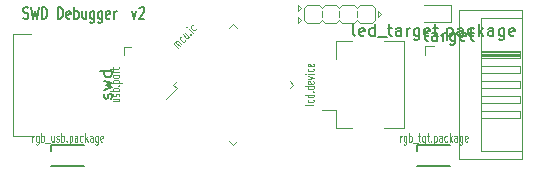
<source format=gbr>
G04 #@! TF.GenerationSoftware,KiCad,Pcbnew,(5.1.0)-1*
G04 #@! TF.CreationDate,2020-02-07T03:11:48-08:00*
G04 #@! TF.ProjectId,design,64657369-676e-42e6-9b69-6361645f7063,rev?*
G04 #@! TF.SameCoordinates,Original*
G04 #@! TF.FileFunction,Legend,Top*
G04 #@! TF.FilePolarity,Positive*
%FSLAX46Y46*%
G04 Gerber Fmt 4.6, Leading zero omitted, Abs format (unit mm)*
G04 Created by KiCad (PCBNEW (5.1.0)-1) date 2020-02-07 03:11:48*
%MOMM*%
%LPD*%
G04 APERTURE LIST*
%ADD10C,0.150000*%
%ADD11C,0.100000*%
%ADD12C,0.120000*%
G04 APERTURE END LIST*
D10*
X139240357Y-50404761D02*
X139347500Y-50452380D01*
X139526071Y-50452380D01*
X139597500Y-50404761D01*
X139633214Y-50357142D01*
X139668928Y-50261904D01*
X139668928Y-50166666D01*
X139633214Y-50071428D01*
X139597500Y-50023809D01*
X139526071Y-49976190D01*
X139383214Y-49928571D01*
X139311785Y-49880952D01*
X139276071Y-49833333D01*
X139240357Y-49738095D01*
X139240357Y-49642857D01*
X139276071Y-49547619D01*
X139311785Y-49500000D01*
X139383214Y-49452380D01*
X139561785Y-49452380D01*
X139668928Y-49500000D01*
X139918928Y-49452380D02*
X140097500Y-50452380D01*
X140240357Y-49738095D01*
X140383214Y-50452380D01*
X140561785Y-49452380D01*
X140847500Y-50452380D02*
X140847500Y-49452380D01*
X141026071Y-49452380D01*
X141133214Y-49500000D01*
X141204642Y-49595238D01*
X141240357Y-49690476D01*
X141276071Y-49880952D01*
X141276071Y-50023809D01*
X141240357Y-50214285D01*
X141204642Y-50309523D01*
X141133214Y-50404761D01*
X141026071Y-50452380D01*
X140847500Y-50452380D01*
X142168928Y-50452380D02*
X142168928Y-49452380D01*
X142347500Y-49452380D01*
X142454642Y-49500000D01*
X142526071Y-49595238D01*
X142561785Y-49690476D01*
X142597500Y-49880952D01*
X142597500Y-50023809D01*
X142561785Y-50214285D01*
X142526071Y-50309523D01*
X142454642Y-50404761D01*
X142347500Y-50452380D01*
X142168928Y-50452380D01*
X143204642Y-50404761D02*
X143133214Y-50452380D01*
X142990357Y-50452380D01*
X142918928Y-50404761D01*
X142883214Y-50309523D01*
X142883214Y-49928571D01*
X142918928Y-49833333D01*
X142990357Y-49785714D01*
X143133214Y-49785714D01*
X143204642Y-49833333D01*
X143240357Y-49928571D01*
X143240357Y-50023809D01*
X142883214Y-50119047D01*
X143561785Y-50452380D02*
X143561785Y-49452380D01*
X143561785Y-49833333D02*
X143633214Y-49785714D01*
X143776071Y-49785714D01*
X143847500Y-49833333D01*
X143883214Y-49880952D01*
X143918928Y-49976190D01*
X143918928Y-50261904D01*
X143883214Y-50357142D01*
X143847500Y-50404761D01*
X143776071Y-50452380D01*
X143633214Y-50452380D01*
X143561785Y-50404761D01*
X144561785Y-49785714D02*
X144561785Y-50452380D01*
X144240357Y-49785714D02*
X144240357Y-50309523D01*
X144276071Y-50404761D01*
X144347500Y-50452380D01*
X144454642Y-50452380D01*
X144526071Y-50404761D01*
X144561785Y-50357142D01*
X145240357Y-49785714D02*
X145240357Y-50595238D01*
X145204642Y-50690476D01*
X145168928Y-50738095D01*
X145097500Y-50785714D01*
X144990357Y-50785714D01*
X144918928Y-50738095D01*
X145240357Y-50404761D02*
X145168928Y-50452380D01*
X145026071Y-50452380D01*
X144954642Y-50404761D01*
X144918928Y-50357142D01*
X144883214Y-50261904D01*
X144883214Y-49976190D01*
X144918928Y-49880952D01*
X144954642Y-49833333D01*
X145026071Y-49785714D01*
X145168928Y-49785714D01*
X145240357Y-49833333D01*
X145918928Y-49785714D02*
X145918928Y-50595238D01*
X145883214Y-50690476D01*
X145847500Y-50738095D01*
X145776071Y-50785714D01*
X145668928Y-50785714D01*
X145597500Y-50738095D01*
X145918928Y-50404761D02*
X145847500Y-50452380D01*
X145704642Y-50452380D01*
X145633214Y-50404761D01*
X145597500Y-50357142D01*
X145561785Y-50261904D01*
X145561785Y-49976190D01*
X145597500Y-49880952D01*
X145633214Y-49833333D01*
X145704642Y-49785714D01*
X145847500Y-49785714D01*
X145918928Y-49833333D01*
X146561785Y-50404761D02*
X146490357Y-50452380D01*
X146347500Y-50452380D01*
X146276071Y-50404761D01*
X146240357Y-50309523D01*
X146240357Y-49928571D01*
X146276071Y-49833333D01*
X146347500Y-49785714D01*
X146490357Y-49785714D01*
X146561785Y-49833333D01*
X146597500Y-49928571D01*
X146597500Y-50023809D01*
X146240357Y-50119047D01*
X146918928Y-50452380D02*
X146918928Y-49785714D01*
X146918928Y-49976190D02*
X146954642Y-49880952D01*
X146990357Y-49833333D01*
X147061785Y-49785714D01*
X147133214Y-49785714D01*
X148454642Y-49785714D02*
X148633214Y-50452380D01*
X148811785Y-49785714D01*
X149061785Y-49547619D02*
X149097500Y-49500000D01*
X149168928Y-49452380D01*
X149347500Y-49452380D01*
X149418928Y-49500000D01*
X149454642Y-49547619D01*
X149490357Y-49642857D01*
X149490357Y-49738095D01*
X149454642Y-49880952D01*
X149026071Y-50452380D01*
X149490357Y-50452380D01*
D11*
X138400000Y-60320000D02*
X139900000Y-60320000D01*
X138400000Y-51680000D02*
X138400000Y-60320000D01*
X139900000Y-51680000D02*
X138400000Y-51680000D01*
D10*
X141600000Y-62900000D02*
X144400000Y-62900000D01*
X141600000Y-61600000D02*
X141600000Y-61100000D01*
X141600000Y-61100000D02*
X144400000Y-61100000D01*
D12*
X161787113Y-56318198D02*
X162105311Y-56000000D01*
X162105311Y-56000000D02*
X161787113Y-55681802D01*
X157318198Y-60787113D02*
X157000000Y-61105311D01*
X157000000Y-61105311D02*
X156681802Y-60787113D01*
X156681802Y-51212887D02*
X157000000Y-50894689D01*
X157000000Y-50894689D02*
X157318198Y-51212887D01*
X152212887Y-55681802D02*
X151894689Y-56000000D01*
X151894689Y-56000000D02*
X152212887Y-56318198D01*
X152212887Y-56318198D02*
X151300719Y-57230366D01*
D11*
X163000000Y-50500000D02*
X163250000Y-50750000D01*
X163250000Y-50750000D02*
X164250000Y-50750000D01*
X164250000Y-50750000D02*
X164500000Y-50500000D01*
X164500000Y-50250000D02*
X164500000Y-49750000D01*
X164500000Y-49500000D02*
X164250000Y-49250000D01*
X163250000Y-49250000D02*
X163000000Y-49500000D01*
X164250000Y-49250000D02*
X163250000Y-49250000D01*
X163000000Y-49500000D02*
X163000000Y-50500000D01*
X164500000Y-50500000D02*
X164750000Y-50750000D01*
X165750000Y-50750000D02*
X166000000Y-50500000D01*
X165750000Y-49250000D02*
X164750000Y-49250000D01*
X164750000Y-49250000D02*
X164500000Y-49500000D01*
X166000000Y-49500000D02*
X165750000Y-49250000D01*
X164750000Y-50750000D02*
X165750000Y-50750000D01*
X166000000Y-50250000D02*
X166000000Y-49750000D01*
X166000000Y-50500000D02*
X166250000Y-50750000D01*
X167250000Y-50750000D02*
X167500000Y-50500000D01*
X167250000Y-49250000D02*
X166250000Y-49250000D01*
X166250000Y-49250000D02*
X166000000Y-49500000D01*
X167500000Y-49500000D02*
X167250000Y-49250000D01*
X166250000Y-50750000D02*
X167250000Y-50750000D01*
X167500000Y-50250000D02*
X167500000Y-49750000D01*
X167500000Y-50500000D02*
X167750000Y-50750000D01*
X168750000Y-50750000D02*
X169000000Y-50500000D01*
X168750000Y-49250000D02*
X167750000Y-49250000D01*
X167750000Y-49250000D02*
X167500000Y-49500000D01*
X169000000Y-49500000D02*
X168750000Y-49250000D01*
X167750000Y-50750000D02*
X168750000Y-50750000D01*
X169000000Y-50500000D02*
X169000000Y-49500000D01*
X162500000Y-49250000D02*
X162750000Y-49500000D01*
X162750000Y-49500000D02*
X162500000Y-49750000D01*
X162500000Y-49750000D02*
X162500000Y-49250000D01*
X162750000Y-50500000D02*
X162500000Y-50750000D01*
X162500000Y-50750000D02*
X162500000Y-50250000D01*
X162500000Y-50250000D02*
X162750000Y-50500000D01*
X169500000Y-50000000D02*
X169250000Y-50250000D01*
X169250000Y-50250000D02*
X169250000Y-49750000D01*
X169250000Y-49750000D02*
X169500000Y-50000000D01*
D10*
X172600000Y-62900000D02*
X175400000Y-62900000D01*
X172600000Y-61600000D02*
X172600000Y-61100000D01*
X172600000Y-61100000D02*
X175400000Y-61100000D01*
D12*
X165700000Y-58160000D02*
X165700000Y-59650000D01*
X165700000Y-59650000D02*
X167040000Y-59650000D01*
X165700000Y-53840000D02*
X165700000Y-52350000D01*
X165700000Y-52350000D02*
X167040000Y-52350000D01*
X169760000Y-59650000D02*
X171500000Y-59650000D01*
X171500000Y-59650000D02*
X171500000Y-52350000D01*
X171500000Y-52350000D02*
X169760000Y-52350000D01*
X165700000Y-58160000D02*
X164500000Y-58160000D01*
X147730000Y-52825000D02*
X148365000Y-52825000D01*
X147730000Y-53460000D02*
X147730000Y-52825000D01*
X178000000Y-50375000D02*
X178000000Y-61625000D01*
X178000000Y-53200000D02*
X181300000Y-53200000D01*
X181300000Y-53200000D02*
X181300000Y-53720000D01*
X178000000Y-53720000D02*
X181300000Y-53720000D01*
X178000000Y-53260000D02*
X181300000Y-53260000D01*
X178000000Y-53380000D02*
X181300000Y-53380000D01*
X178000000Y-53500000D02*
X181300000Y-53500000D01*
X178000000Y-53620000D02*
X181300000Y-53620000D01*
X178000000Y-54470000D02*
X181300000Y-54470000D01*
X181300000Y-54470000D02*
X181300000Y-54990000D01*
X178000000Y-54990000D02*
X181300000Y-54990000D01*
X173240000Y-53460000D02*
X173240000Y-52700000D01*
X173240000Y-52700000D02*
X174000000Y-52700000D01*
X176100000Y-49675000D02*
X181500000Y-49675000D01*
X176100000Y-62325000D02*
X181500000Y-62325000D01*
X176100000Y-62325000D02*
X176100000Y-49675000D01*
X181500000Y-49675000D02*
X181500000Y-62325000D01*
X178000000Y-50375000D02*
X181500000Y-50375000D01*
X178000000Y-61625000D02*
X181500000Y-61625000D01*
X181300000Y-55740000D02*
X181300000Y-56260000D01*
X178000000Y-55740000D02*
X181300000Y-55740000D01*
X178000000Y-56260000D02*
X181300000Y-56260000D01*
X181300000Y-57010000D02*
X181300000Y-57530000D01*
X178000000Y-57010000D02*
X181300000Y-57010000D01*
X178000000Y-57530000D02*
X181300000Y-57530000D01*
X181300000Y-58280000D02*
X181300000Y-58800000D01*
X178000000Y-58280000D02*
X181300000Y-58280000D01*
X178000000Y-58800000D02*
X181300000Y-58800000D01*
X173200000Y-50735000D02*
X175485000Y-50735000D01*
X175485000Y-50735000D02*
X175485000Y-49265000D01*
X175485000Y-49265000D02*
X173200000Y-49265000D01*
D11*
X146839285Y-57190476D02*
X147339285Y-57190476D01*
X146839285Y-57404761D02*
X147232142Y-57404761D01*
X147303571Y-57380952D01*
X147339285Y-57333333D01*
X147339285Y-57261904D01*
X147303571Y-57214285D01*
X147267857Y-57190476D01*
X147303571Y-56976190D02*
X147339285Y-56928571D01*
X147339285Y-56833333D01*
X147303571Y-56785714D01*
X147232142Y-56761904D01*
X147196428Y-56761904D01*
X147125000Y-56785714D01*
X147089285Y-56833333D01*
X147089285Y-56904761D01*
X147053571Y-56952380D01*
X146982142Y-56976190D01*
X146946428Y-56976190D01*
X146875000Y-56952380D01*
X146839285Y-56904761D01*
X146839285Y-56833333D01*
X146875000Y-56785714D01*
X147339285Y-56547619D02*
X146589285Y-56547619D01*
X146875000Y-56547619D02*
X146839285Y-56500000D01*
X146839285Y-56404761D01*
X146875000Y-56357142D01*
X146910714Y-56333333D01*
X146982142Y-56309523D01*
X147196428Y-56309523D01*
X147267857Y-56333333D01*
X147303571Y-56357142D01*
X147339285Y-56404761D01*
X147339285Y-56500000D01*
X147303571Y-56547619D01*
X147267857Y-56095238D02*
X147303571Y-56071428D01*
X147339285Y-56095238D01*
X147303571Y-56119047D01*
X147267857Y-56095238D01*
X147339285Y-56095238D01*
X146839285Y-55857142D02*
X147589285Y-55857142D01*
X146875000Y-55857142D02*
X146839285Y-55809523D01*
X146839285Y-55714285D01*
X146875000Y-55666666D01*
X146910714Y-55642857D01*
X146982142Y-55619047D01*
X147196428Y-55619047D01*
X147267857Y-55642857D01*
X147303571Y-55666666D01*
X147339285Y-55714285D01*
X147339285Y-55809523D01*
X147303571Y-55857142D01*
X147339285Y-55333333D02*
X147303571Y-55380952D01*
X147267857Y-55404761D01*
X147196428Y-55428571D01*
X146982142Y-55428571D01*
X146910714Y-55404761D01*
X146875000Y-55380952D01*
X146839285Y-55333333D01*
X146839285Y-55261904D01*
X146875000Y-55214285D01*
X146910714Y-55190476D01*
X146982142Y-55166666D01*
X147196428Y-55166666D01*
X147267857Y-55190476D01*
X147303571Y-55214285D01*
X147339285Y-55261904D01*
X147339285Y-55333333D01*
X147339285Y-54952380D02*
X146839285Y-54952380D01*
X146982142Y-54952380D02*
X146910714Y-54928571D01*
X146875000Y-54904761D01*
X146839285Y-54857142D01*
X146839285Y-54809523D01*
X146839285Y-54714285D02*
X146839285Y-54523809D01*
X146589285Y-54642857D02*
X147232142Y-54642857D01*
X147303571Y-54619047D01*
X147339285Y-54571428D01*
X147339285Y-54523809D01*
X140011904Y-60839285D02*
X140011904Y-60339285D01*
X140011904Y-60482142D02*
X140035714Y-60410714D01*
X140059523Y-60375000D01*
X140107142Y-60339285D01*
X140154761Y-60339285D01*
X140535714Y-60339285D02*
X140535714Y-60946428D01*
X140511904Y-61017857D01*
X140488095Y-61053571D01*
X140440476Y-61089285D01*
X140369047Y-61089285D01*
X140321428Y-61053571D01*
X140535714Y-60803571D02*
X140488095Y-60839285D01*
X140392857Y-60839285D01*
X140345238Y-60803571D01*
X140321428Y-60767857D01*
X140297619Y-60696428D01*
X140297619Y-60482142D01*
X140321428Y-60410714D01*
X140345238Y-60375000D01*
X140392857Y-60339285D01*
X140488095Y-60339285D01*
X140535714Y-60375000D01*
X140773809Y-60839285D02*
X140773809Y-60089285D01*
X140773809Y-60375000D02*
X140821428Y-60339285D01*
X140916666Y-60339285D01*
X140964285Y-60375000D01*
X140988095Y-60410714D01*
X141011904Y-60482142D01*
X141011904Y-60696428D01*
X140988095Y-60767857D01*
X140964285Y-60803571D01*
X140916666Y-60839285D01*
X140821428Y-60839285D01*
X140773809Y-60803571D01*
X141107142Y-60910714D02*
X141488095Y-60910714D01*
X141821428Y-60339285D02*
X141821428Y-60839285D01*
X141607142Y-60339285D02*
X141607142Y-60732142D01*
X141630952Y-60803571D01*
X141678571Y-60839285D01*
X141750000Y-60839285D01*
X141797619Y-60803571D01*
X141821428Y-60767857D01*
X142035714Y-60803571D02*
X142083333Y-60839285D01*
X142178571Y-60839285D01*
X142226190Y-60803571D01*
X142250000Y-60732142D01*
X142250000Y-60696428D01*
X142226190Y-60625000D01*
X142178571Y-60589285D01*
X142107142Y-60589285D01*
X142059523Y-60553571D01*
X142035714Y-60482142D01*
X142035714Y-60446428D01*
X142059523Y-60375000D01*
X142107142Y-60339285D01*
X142178571Y-60339285D01*
X142226190Y-60375000D01*
X142464285Y-60839285D02*
X142464285Y-60089285D01*
X142464285Y-60375000D02*
X142511904Y-60339285D01*
X142607142Y-60339285D01*
X142654761Y-60375000D01*
X142678571Y-60410714D01*
X142702380Y-60482142D01*
X142702380Y-60696428D01*
X142678571Y-60767857D01*
X142654761Y-60803571D01*
X142607142Y-60839285D01*
X142511904Y-60839285D01*
X142464285Y-60803571D01*
X142916666Y-60767857D02*
X142940476Y-60803571D01*
X142916666Y-60839285D01*
X142892857Y-60803571D01*
X142916666Y-60767857D01*
X142916666Y-60839285D01*
X143154761Y-60339285D02*
X143154761Y-61089285D01*
X143154761Y-60375000D02*
X143202380Y-60339285D01*
X143297619Y-60339285D01*
X143345238Y-60375000D01*
X143369047Y-60410714D01*
X143392857Y-60482142D01*
X143392857Y-60696428D01*
X143369047Y-60767857D01*
X143345238Y-60803571D01*
X143297619Y-60839285D01*
X143202380Y-60839285D01*
X143154761Y-60803571D01*
X143821428Y-60839285D02*
X143821428Y-60446428D01*
X143797619Y-60375000D01*
X143750000Y-60339285D01*
X143654761Y-60339285D01*
X143607142Y-60375000D01*
X143821428Y-60803571D02*
X143773809Y-60839285D01*
X143654761Y-60839285D01*
X143607142Y-60803571D01*
X143583333Y-60732142D01*
X143583333Y-60660714D01*
X143607142Y-60589285D01*
X143654761Y-60553571D01*
X143773809Y-60553571D01*
X143821428Y-60517857D01*
X144273809Y-60803571D02*
X144226190Y-60839285D01*
X144130952Y-60839285D01*
X144083333Y-60803571D01*
X144059523Y-60767857D01*
X144035714Y-60696428D01*
X144035714Y-60482142D01*
X144059523Y-60410714D01*
X144083333Y-60375000D01*
X144130952Y-60339285D01*
X144226190Y-60339285D01*
X144273809Y-60375000D01*
X144488095Y-60839285D02*
X144488095Y-60089285D01*
X144535714Y-60553571D02*
X144678571Y-60839285D01*
X144678571Y-60339285D02*
X144488095Y-60625000D01*
X145107142Y-60839285D02*
X145107142Y-60446428D01*
X145083333Y-60375000D01*
X145035714Y-60339285D01*
X144940476Y-60339285D01*
X144892857Y-60375000D01*
X145107142Y-60803571D02*
X145059523Y-60839285D01*
X144940476Y-60839285D01*
X144892857Y-60803571D01*
X144869047Y-60732142D01*
X144869047Y-60660714D01*
X144892857Y-60589285D01*
X144940476Y-60553571D01*
X145059523Y-60553571D01*
X145107142Y-60517857D01*
X145559523Y-60339285D02*
X145559523Y-60946428D01*
X145535714Y-61017857D01*
X145511904Y-61053571D01*
X145464285Y-61089285D01*
X145392857Y-61089285D01*
X145345238Y-61053571D01*
X145559523Y-60803571D02*
X145511904Y-60839285D01*
X145416666Y-60839285D01*
X145369047Y-60803571D01*
X145345238Y-60767857D01*
X145321428Y-60696428D01*
X145321428Y-60482142D01*
X145345238Y-60410714D01*
X145369047Y-60375000D01*
X145416666Y-60339285D01*
X145511904Y-60339285D01*
X145559523Y-60375000D01*
X145988095Y-60803571D02*
X145940476Y-60839285D01*
X145845238Y-60839285D01*
X145797619Y-60803571D01*
X145773809Y-60732142D01*
X145773809Y-60446428D01*
X145797619Y-60375000D01*
X145845238Y-60339285D01*
X145940476Y-60339285D01*
X145988095Y-60375000D01*
X146011904Y-60446428D01*
X146011904Y-60517857D01*
X145773809Y-60589285D01*
X152320468Y-52886204D02*
X151966914Y-52532651D01*
X152017422Y-52583158D02*
X152009004Y-52541068D01*
X152017422Y-52482143D01*
X152067929Y-52431635D01*
X152126855Y-52423217D01*
X152194198Y-52456889D01*
X152471990Y-52734681D01*
X152194198Y-52456889D02*
X152160527Y-52389546D01*
X152168945Y-52330620D01*
X152219452Y-52280112D01*
X152278378Y-52271694D01*
X152345721Y-52305366D01*
X152623513Y-52583158D01*
X152918141Y-52238023D02*
X152909723Y-52296948D01*
X152842380Y-52364292D01*
X152783454Y-52372710D01*
X152741364Y-52364292D01*
X152674021Y-52330620D01*
X152522498Y-52179097D01*
X152488826Y-52111754D01*
X152480408Y-52069664D01*
X152488826Y-52010738D01*
X152556170Y-51943395D01*
X152615095Y-51934977D01*
X152892887Y-51606677D02*
X153246441Y-51960231D01*
X152741364Y-51758200D02*
X153019156Y-52035992D01*
X153086500Y-52069664D01*
X153145425Y-52061246D01*
X153195933Y-52010738D01*
X153204351Y-51951813D01*
X153195933Y-51909723D01*
X153364292Y-51741364D02*
X153406381Y-51749782D01*
X153414799Y-51791872D01*
X153372710Y-51783454D01*
X153364292Y-51741364D01*
X153414799Y-51791872D01*
X153583158Y-51623513D02*
X153229605Y-51269960D01*
X153052828Y-51093183D02*
X153061246Y-51135273D01*
X153103336Y-51143691D01*
X153094918Y-51101601D01*
X153052828Y-51093183D01*
X153103336Y-51143691D01*
X153877786Y-51278378D02*
X153869368Y-51337303D01*
X153802025Y-51404647D01*
X153743099Y-51413065D01*
X153701009Y-51404647D01*
X153633666Y-51370975D01*
X153482143Y-51219452D01*
X153448471Y-51152109D01*
X153440053Y-51110019D01*
X153448471Y-51051093D01*
X153515815Y-50983750D01*
X153574740Y-50975332D01*
X171154761Y-60839285D02*
X171154761Y-60339285D01*
X171154761Y-60482142D02*
X171178571Y-60410714D01*
X171202380Y-60375000D01*
X171250000Y-60339285D01*
X171297619Y-60339285D01*
X171678571Y-60339285D02*
X171678571Y-60946428D01*
X171654761Y-61017857D01*
X171630952Y-61053571D01*
X171583333Y-61089285D01*
X171511904Y-61089285D01*
X171464285Y-61053571D01*
X171678571Y-60803571D02*
X171630952Y-60839285D01*
X171535714Y-60839285D01*
X171488095Y-60803571D01*
X171464285Y-60767857D01*
X171440476Y-60696428D01*
X171440476Y-60482142D01*
X171464285Y-60410714D01*
X171488095Y-60375000D01*
X171535714Y-60339285D01*
X171630952Y-60339285D01*
X171678571Y-60375000D01*
X171916666Y-60839285D02*
X171916666Y-60089285D01*
X171916666Y-60375000D02*
X171964285Y-60339285D01*
X172059523Y-60339285D01*
X172107142Y-60375000D01*
X172130952Y-60410714D01*
X172154761Y-60482142D01*
X172154761Y-60696428D01*
X172130952Y-60767857D01*
X172107142Y-60803571D01*
X172059523Y-60839285D01*
X171964285Y-60839285D01*
X171916666Y-60803571D01*
X172250000Y-60910714D02*
X172630952Y-60910714D01*
X172678571Y-60339285D02*
X172869047Y-60339285D01*
X172750000Y-60089285D02*
X172750000Y-60732142D01*
X172773809Y-60803571D01*
X172821428Y-60839285D01*
X172869047Y-60839285D01*
X173250000Y-60339285D02*
X173250000Y-60946428D01*
X173226190Y-61017857D01*
X173202380Y-61053571D01*
X173154761Y-61089285D01*
X173083333Y-61089285D01*
X173035714Y-61053571D01*
X173250000Y-60803571D02*
X173202380Y-60839285D01*
X173107142Y-60839285D01*
X173059523Y-60803571D01*
X173035714Y-60767857D01*
X173011904Y-60696428D01*
X173011904Y-60482142D01*
X173035714Y-60410714D01*
X173059523Y-60375000D01*
X173107142Y-60339285D01*
X173202380Y-60339285D01*
X173250000Y-60375000D01*
X173416666Y-60339285D02*
X173607142Y-60339285D01*
X173488095Y-60089285D02*
X173488095Y-60732142D01*
X173511904Y-60803571D01*
X173559523Y-60839285D01*
X173607142Y-60839285D01*
X173773809Y-60767857D02*
X173797619Y-60803571D01*
X173773809Y-60839285D01*
X173750000Y-60803571D01*
X173773809Y-60767857D01*
X173773809Y-60839285D01*
X174011904Y-60339285D02*
X174011904Y-61089285D01*
X174011904Y-60375000D02*
X174059523Y-60339285D01*
X174154761Y-60339285D01*
X174202380Y-60375000D01*
X174226190Y-60410714D01*
X174250000Y-60482142D01*
X174250000Y-60696428D01*
X174226190Y-60767857D01*
X174202380Y-60803571D01*
X174154761Y-60839285D01*
X174059523Y-60839285D01*
X174011904Y-60803571D01*
X174678571Y-60839285D02*
X174678571Y-60446428D01*
X174654761Y-60375000D01*
X174607142Y-60339285D01*
X174511904Y-60339285D01*
X174464285Y-60375000D01*
X174678571Y-60803571D02*
X174630952Y-60839285D01*
X174511904Y-60839285D01*
X174464285Y-60803571D01*
X174440476Y-60732142D01*
X174440476Y-60660714D01*
X174464285Y-60589285D01*
X174511904Y-60553571D01*
X174630952Y-60553571D01*
X174678571Y-60517857D01*
X175130952Y-60803571D02*
X175083333Y-60839285D01*
X174988095Y-60839285D01*
X174940476Y-60803571D01*
X174916666Y-60767857D01*
X174892857Y-60696428D01*
X174892857Y-60482142D01*
X174916666Y-60410714D01*
X174940476Y-60375000D01*
X174988095Y-60339285D01*
X175083333Y-60339285D01*
X175130952Y-60375000D01*
X175345238Y-60839285D02*
X175345238Y-60089285D01*
X175392857Y-60553571D02*
X175535714Y-60839285D01*
X175535714Y-60339285D02*
X175345238Y-60625000D01*
X175964285Y-60839285D02*
X175964285Y-60446428D01*
X175940476Y-60375000D01*
X175892857Y-60339285D01*
X175797619Y-60339285D01*
X175750000Y-60375000D01*
X175964285Y-60803571D02*
X175916666Y-60839285D01*
X175797619Y-60839285D01*
X175750000Y-60803571D01*
X175726190Y-60732142D01*
X175726190Y-60660714D01*
X175750000Y-60589285D01*
X175797619Y-60553571D01*
X175916666Y-60553571D01*
X175964285Y-60517857D01*
X176416666Y-60339285D02*
X176416666Y-60946428D01*
X176392857Y-61017857D01*
X176369047Y-61053571D01*
X176321428Y-61089285D01*
X176250000Y-61089285D01*
X176202380Y-61053571D01*
X176416666Y-60803571D02*
X176369047Y-60839285D01*
X176273809Y-60839285D01*
X176226190Y-60803571D01*
X176202380Y-60767857D01*
X176178571Y-60696428D01*
X176178571Y-60482142D01*
X176202380Y-60410714D01*
X176226190Y-60375000D01*
X176273809Y-60339285D01*
X176369047Y-60339285D01*
X176416666Y-60375000D01*
X176845238Y-60803571D02*
X176797619Y-60839285D01*
X176702380Y-60839285D01*
X176654761Y-60803571D01*
X176630952Y-60732142D01*
X176630952Y-60446428D01*
X176654761Y-60375000D01*
X176702380Y-60339285D01*
X176797619Y-60339285D01*
X176845238Y-60375000D01*
X176869047Y-60446428D01*
X176869047Y-60517857D01*
X176630952Y-60589285D01*
X163839285Y-57678571D02*
X163803571Y-57726190D01*
X163732142Y-57750000D01*
X163089285Y-57750000D01*
X163803571Y-57273809D02*
X163839285Y-57321428D01*
X163839285Y-57416666D01*
X163803571Y-57464285D01*
X163767857Y-57488095D01*
X163696428Y-57511904D01*
X163482142Y-57511904D01*
X163410714Y-57488095D01*
X163375000Y-57464285D01*
X163339285Y-57416666D01*
X163339285Y-57321428D01*
X163375000Y-57273809D01*
X163839285Y-56845238D02*
X163089285Y-56845238D01*
X163803571Y-56845238D02*
X163839285Y-56892857D01*
X163839285Y-56988095D01*
X163803571Y-57035714D01*
X163767857Y-57059523D01*
X163696428Y-57083333D01*
X163482142Y-57083333D01*
X163410714Y-57059523D01*
X163375000Y-57035714D01*
X163339285Y-56988095D01*
X163339285Y-56892857D01*
X163375000Y-56845238D01*
X163767857Y-56607142D02*
X163803571Y-56583333D01*
X163839285Y-56607142D01*
X163803571Y-56630952D01*
X163767857Y-56607142D01*
X163839285Y-56607142D01*
X163839285Y-56154761D02*
X163089285Y-56154761D01*
X163803571Y-56154761D02*
X163839285Y-56202380D01*
X163839285Y-56297619D01*
X163803571Y-56345238D01*
X163767857Y-56369047D01*
X163696428Y-56392857D01*
X163482142Y-56392857D01*
X163410714Y-56369047D01*
X163375000Y-56345238D01*
X163339285Y-56297619D01*
X163339285Y-56202380D01*
X163375000Y-56154761D01*
X163803571Y-55726190D02*
X163839285Y-55773809D01*
X163839285Y-55869047D01*
X163803571Y-55916666D01*
X163732142Y-55940476D01*
X163446428Y-55940476D01*
X163375000Y-55916666D01*
X163339285Y-55869047D01*
X163339285Y-55773809D01*
X163375000Y-55726190D01*
X163446428Y-55702380D01*
X163517857Y-55702380D01*
X163589285Y-55940476D01*
X163339285Y-55535714D02*
X163839285Y-55416666D01*
X163339285Y-55297619D01*
X163839285Y-55107142D02*
X163339285Y-55107142D01*
X163089285Y-55107142D02*
X163125000Y-55130952D01*
X163160714Y-55107142D01*
X163125000Y-55083333D01*
X163089285Y-55107142D01*
X163160714Y-55107142D01*
X163803571Y-54654761D02*
X163839285Y-54702380D01*
X163839285Y-54797619D01*
X163803571Y-54845238D01*
X163767857Y-54869047D01*
X163696428Y-54892857D01*
X163482142Y-54892857D01*
X163410714Y-54869047D01*
X163375000Y-54845238D01*
X163339285Y-54797619D01*
X163339285Y-54702380D01*
X163375000Y-54654761D01*
X163803571Y-54250000D02*
X163839285Y-54297619D01*
X163839285Y-54392857D01*
X163803571Y-54440476D01*
X163732142Y-54464285D01*
X163446428Y-54464285D01*
X163375000Y-54440476D01*
X163339285Y-54392857D01*
X163339285Y-54297619D01*
X163375000Y-54250000D01*
X163446428Y-54226190D01*
X163517857Y-54226190D01*
X163589285Y-54464285D01*
D10*
X146704761Y-57190476D02*
X146752380Y-57095238D01*
X146752380Y-56904761D01*
X146704761Y-56809523D01*
X146609523Y-56761904D01*
X146561904Y-56761904D01*
X146466666Y-56809523D01*
X146419047Y-56904761D01*
X146419047Y-57047619D01*
X146371428Y-57142857D01*
X146276190Y-57190476D01*
X146228571Y-57190476D01*
X146133333Y-57142857D01*
X146085714Y-57047619D01*
X146085714Y-56904761D01*
X146133333Y-56809523D01*
X146085714Y-56428571D02*
X146752380Y-56238095D01*
X146276190Y-56047619D01*
X146752380Y-55857142D01*
X146085714Y-55666666D01*
X146752380Y-54857142D02*
X145752380Y-54857142D01*
X146704761Y-54857142D02*
X146752380Y-54952380D01*
X146752380Y-55142857D01*
X146704761Y-55238095D01*
X146657142Y-55285714D01*
X146561904Y-55333333D01*
X146276190Y-55333333D01*
X146180952Y-55285714D01*
X146133333Y-55238095D01*
X146085714Y-55142857D01*
X146085714Y-54952380D01*
X146133333Y-54857142D01*
X173150952Y-51610714D02*
X173531904Y-51610714D01*
X173293809Y-51277380D02*
X173293809Y-52134523D01*
X173341428Y-52229761D01*
X173436666Y-52277380D01*
X173531904Y-52277380D01*
X174293809Y-52277380D02*
X174293809Y-51753571D01*
X174246190Y-51658333D01*
X174150952Y-51610714D01*
X173960476Y-51610714D01*
X173865238Y-51658333D01*
X174293809Y-52229761D02*
X174198571Y-52277380D01*
X173960476Y-52277380D01*
X173865238Y-52229761D01*
X173817619Y-52134523D01*
X173817619Y-52039285D01*
X173865238Y-51944047D01*
X173960476Y-51896428D01*
X174198571Y-51896428D01*
X174293809Y-51848809D01*
X174770000Y-52277380D02*
X174770000Y-51610714D01*
X174770000Y-51801190D02*
X174817619Y-51705952D01*
X174865238Y-51658333D01*
X174960476Y-51610714D01*
X175055714Y-51610714D01*
X175817619Y-51610714D02*
X175817619Y-52420238D01*
X175770000Y-52515476D01*
X175722380Y-52563095D01*
X175627142Y-52610714D01*
X175484285Y-52610714D01*
X175389047Y-52563095D01*
X175817619Y-52229761D02*
X175722380Y-52277380D01*
X175531904Y-52277380D01*
X175436666Y-52229761D01*
X175389047Y-52182142D01*
X175341428Y-52086904D01*
X175341428Y-51801190D01*
X175389047Y-51705952D01*
X175436666Y-51658333D01*
X175531904Y-51610714D01*
X175722380Y-51610714D01*
X175817619Y-51658333D01*
X176674761Y-52229761D02*
X176579523Y-52277380D01*
X176389047Y-52277380D01*
X176293809Y-52229761D01*
X176246190Y-52134523D01*
X176246190Y-51753571D01*
X176293809Y-51658333D01*
X176389047Y-51610714D01*
X176579523Y-51610714D01*
X176674761Y-51658333D01*
X176722380Y-51753571D01*
X176722380Y-51848809D01*
X176246190Y-51944047D01*
X177008095Y-51610714D02*
X177389047Y-51610714D01*
X177150952Y-51277380D02*
X177150952Y-52134523D01*
X177198571Y-52229761D01*
X177293809Y-52277380D01*
X177389047Y-52277380D01*
X167333333Y-51882380D02*
X167238095Y-51834761D01*
X167190476Y-51739523D01*
X167190476Y-50882380D01*
X168095238Y-51834761D02*
X168000000Y-51882380D01*
X167809523Y-51882380D01*
X167714285Y-51834761D01*
X167666666Y-51739523D01*
X167666666Y-51358571D01*
X167714285Y-51263333D01*
X167809523Y-51215714D01*
X168000000Y-51215714D01*
X168095238Y-51263333D01*
X168142857Y-51358571D01*
X168142857Y-51453809D01*
X167666666Y-51549047D01*
X169000000Y-51882380D02*
X169000000Y-50882380D01*
X169000000Y-51834761D02*
X168904761Y-51882380D01*
X168714285Y-51882380D01*
X168619047Y-51834761D01*
X168571428Y-51787142D01*
X168523809Y-51691904D01*
X168523809Y-51406190D01*
X168571428Y-51310952D01*
X168619047Y-51263333D01*
X168714285Y-51215714D01*
X168904761Y-51215714D01*
X169000000Y-51263333D01*
X169238095Y-51977619D02*
X170000000Y-51977619D01*
X170095238Y-51215714D02*
X170476190Y-51215714D01*
X170238095Y-50882380D02*
X170238095Y-51739523D01*
X170285714Y-51834761D01*
X170380952Y-51882380D01*
X170476190Y-51882380D01*
X171238095Y-51882380D02*
X171238095Y-51358571D01*
X171190476Y-51263333D01*
X171095238Y-51215714D01*
X170904761Y-51215714D01*
X170809523Y-51263333D01*
X171238095Y-51834761D02*
X171142857Y-51882380D01*
X170904761Y-51882380D01*
X170809523Y-51834761D01*
X170761904Y-51739523D01*
X170761904Y-51644285D01*
X170809523Y-51549047D01*
X170904761Y-51501428D01*
X171142857Y-51501428D01*
X171238095Y-51453809D01*
X171714285Y-51882380D02*
X171714285Y-51215714D01*
X171714285Y-51406190D02*
X171761904Y-51310952D01*
X171809523Y-51263333D01*
X171904761Y-51215714D01*
X172000000Y-51215714D01*
X172761904Y-51215714D02*
X172761904Y-52025238D01*
X172714285Y-52120476D01*
X172666666Y-52168095D01*
X172571428Y-52215714D01*
X172428571Y-52215714D01*
X172333333Y-52168095D01*
X172761904Y-51834761D02*
X172666666Y-51882380D01*
X172476190Y-51882380D01*
X172380952Y-51834761D01*
X172333333Y-51787142D01*
X172285714Y-51691904D01*
X172285714Y-51406190D01*
X172333333Y-51310952D01*
X172380952Y-51263333D01*
X172476190Y-51215714D01*
X172666666Y-51215714D01*
X172761904Y-51263333D01*
X173619047Y-51834761D02*
X173523809Y-51882380D01*
X173333333Y-51882380D01*
X173238095Y-51834761D01*
X173190476Y-51739523D01*
X173190476Y-51358571D01*
X173238095Y-51263333D01*
X173333333Y-51215714D01*
X173523809Y-51215714D01*
X173619047Y-51263333D01*
X173666666Y-51358571D01*
X173666666Y-51453809D01*
X173190476Y-51549047D01*
X173952380Y-51215714D02*
X174333333Y-51215714D01*
X174095238Y-50882380D02*
X174095238Y-51739523D01*
X174142857Y-51834761D01*
X174238095Y-51882380D01*
X174333333Y-51882380D01*
X174666666Y-51787142D02*
X174714285Y-51834761D01*
X174666666Y-51882380D01*
X174619047Y-51834761D01*
X174666666Y-51787142D01*
X174666666Y-51882380D01*
X175142857Y-51215714D02*
X175142857Y-52215714D01*
X175142857Y-51263333D02*
X175238095Y-51215714D01*
X175428571Y-51215714D01*
X175523809Y-51263333D01*
X175571428Y-51310952D01*
X175619047Y-51406190D01*
X175619047Y-51691904D01*
X175571428Y-51787142D01*
X175523809Y-51834761D01*
X175428571Y-51882380D01*
X175238095Y-51882380D01*
X175142857Y-51834761D01*
X176476190Y-51882380D02*
X176476190Y-51358571D01*
X176428571Y-51263333D01*
X176333333Y-51215714D01*
X176142857Y-51215714D01*
X176047619Y-51263333D01*
X176476190Y-51834761D02*
X176380952Y-51882380D01*
X176142857Y-51882380D01*
X176047619Y-51834761D01*
X176000000Y-51739523D01*
X176000000Y-51644285D01*
X176047619Y-51549047D01*
X176142857Y-51501428D01*
X176380952Y-51501428D01*
X176476190Y-51453809D01*
X177380952Y-51834761D02*
X177285714Y-51882380D01*
X177095238Y-51882380D01*
X177000000Y-51834761D01*
X176952380Y-51787142D01*
X176904761Y-51691904D01*
X176904761Y-51406190D01*
X176952380Y-51310952D01*
X177000000Y-51263333D01*
X177095238Y-51215714D01*
X177285714Y-51215714D01*
X177380952Y-51263333D01*
X177809523Y-51882380D02*
X177809523Y-50882380D01*
X177904761Y-51501428D02*
X178190476Y-51882380D01*
X178190476Y-51215714D02*
X177809523Y-51596666D01*
X179047619Y-51882380D02*
X179047619Y-51358571D01*
X179000000Y-51263333D01*
X178904761Y-51215714D01*
X178714285Y-51215714D01*
X178619047Y-51263333D01*
X179047619Y-51834761D02*
X178952380Y-51882380D01*
X178714285Y-51882380D01*
X178619047Y-51834761D01*
X178571428Y-51739523D01*
X178571428Y-51644285D01*
X178619047Y-51549047D01*
X178714285Y-51501428D01*
X178952380Y-51501428D01*
X179047619Y-51453809D01*
X179952380Y-51215714D02*
X179952380Y-52025238D01*
X179904761Y-52120476D01*
X179857142Y-52168095D01*
X179761904Y-52215714D01*
X179619047Y-52215714D01*
X179523809Y-52168095D01*
X179952380Y-51834761D02*
X179857142Y-51882380D01*
X179666666Y-51882380D01*
X179571428Y-51834761D01*
X179523809Y-51787142D01*
X179476190Y-51691904D01*
X179476190Y-51406190D01*
X179523809Y-51310952D01*
X179571428Y-51263333D01*
X179666666Y-51215714D01*
X179857142Y-51215714D01*
X179952380Y-51263333D01*
X180809523Y-51834761D02*
X180714285Y-51882380D01*
X180523809Y-51882380D01*
X180428571Y-51834761D01*
X180380952Y-51739523D01*
X180380952Y-51358571D01*
X180428571Y-51263333D01*
X180523809Y-51215714D01*
X180714285Y-51215714D01*
X180809523Y-51263333D01*
X180857142Y-51358571D01*
X180857142Y-51453809D01*
X180380952Y-51549047D01*
M02*

</source>
